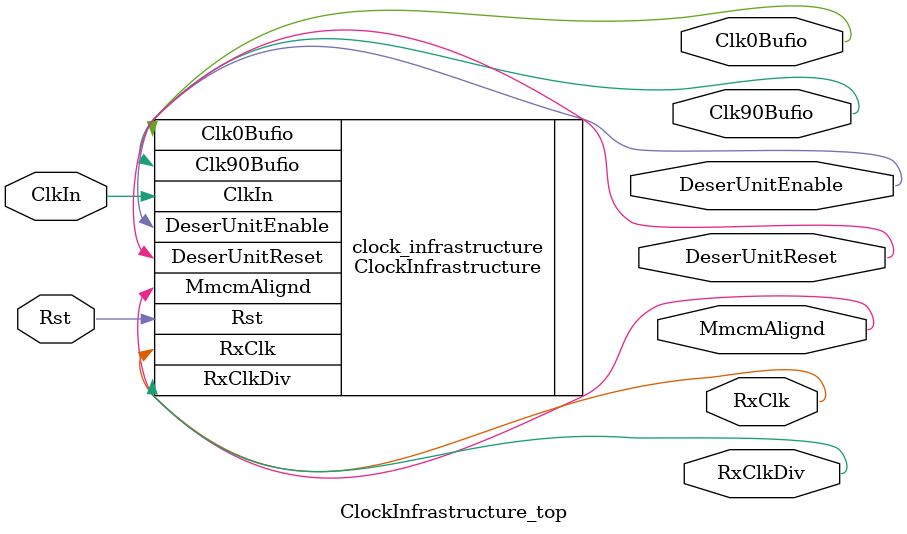
<source format=v>
`timescale 1ns / 1ps

module ClockInfrastructure_top(
    input wire ClkIn,
    input wire Rst,
    
    output wire MmcmAlignd,
    output wire DeserUnitReset,
    output wire DeserUnitEnable,
    
    output wire RxClk,
    output wire RxClkDiv,
    output wire Clk0Bufio,
    output wire Clk90Bufio
);

parameter C_MmcmLoc="MMCME2_ADV_X1Y2";
parameter C_BufioClk0Loc="BUFIO_X1Y8";
parameter C_BufioClk90Loc="BUFIO_X1Y9";
parameter C_IdlyCtrlLoc="IDELAYCTRL_X1Y2";
parameter real C_ClkinPeriod=10.0;
parameter C_DivClkDivide=1;
parameter real C_ClkFboutMult=8.0;
parameter real C_Clkout0_Divide=4.0;
parameter C_Clkout1_Divide=5;
parameter C_Clkout2_Divide=5;
parameter C_Clkout3_Divide=10;
parameter C_Clkout4_Divide=5;


ClockInfrastructure #(
    .C_MmcmLoc(C_MmcmLoc),
    .C_UseFbBufg(0),
    .C_UseBufg(7'b0011001),
    .C_RstOutDly(2),
    .C_EnaOutDly(6),
    .C_BufioClk0Loc(C_BufioClk0Loc),
    .C_BufioClk90Loc(C_BufioClk90Loc),
    .C_IdlyCtrlLoc(C_IdlyCtrlLoc),
    .C_IoSrdsDataWidth(4),
    .C_ClockPattern(4'b1010),
    .C_ClkinPeriod(C_ClkinPeriod),
    .C_DivClkDivide(C_DivClkDivide),
    .C_ClkFboutMult(C_ClkFboutMult),
    .C_Clkout0_Divide(C_Clkout0_Divide),
    .C_Clkout1_Divide(C_Clkout1_Divide),
    .C_Clkout2_Divide(C_Clkout2_Divide),
    .C_Clkout3_Divide(C_Clkout3_Divide),
    .C_Clkout4_Divide(C_Clkout4_Divide)
) clock_infrastructure (
    .ClkIn(ClkIn),
    .Rst(Rst),
    .MmcmAlignd(MmcmAlignd),
    .DeserUnitReset(DeserUnitReset),
    .DeserUnitEnable(DeserUnitEnable),
    .RxClk(RxClk),
    .RxClkDiv(RxClkDiv),
    .Clk0Bufio(Clk0Bufio),
    .Clk90Bufio(Clk90Bufio)
);

endmodule

</source>
